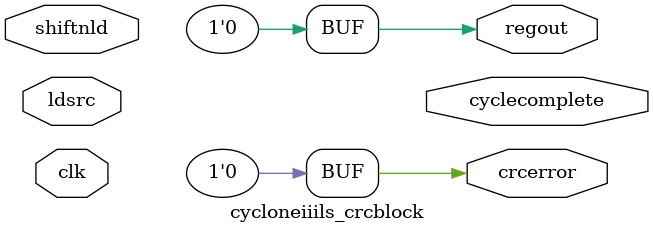
<source format=v>
module  cycloneiiils_crcblock (
    clk,
    shiftnld,
    ldsrc,
    crcerror,
    cyclecomplete,
    regout);
input clk;
input shiftnld;
input ldsrc;
output crcerror;
output cyclecomplete;
output regout;
assign crcerror = 1'b0;
assign regout = 1'b0;
parameter oscillator_divider = 1;
parameter lpm_type = "cycloneiiils_crcblock";
endmodule
</source>
